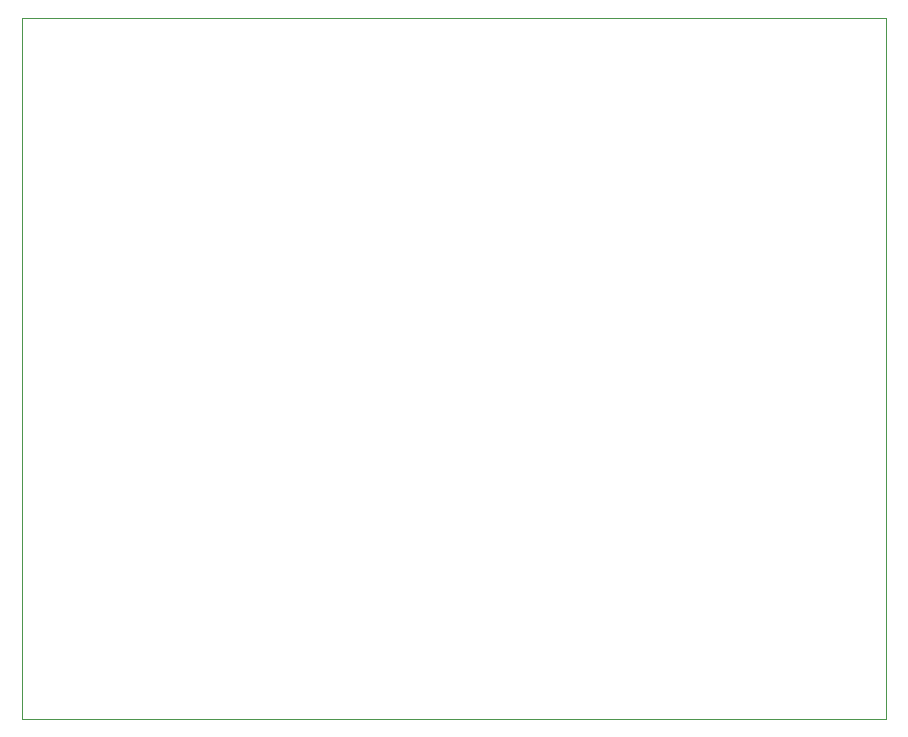
<source format=gbr>
G04 #@! TF.GenerationSoftware,KiCad,Pcbnew,8.0.6*
G04 #@! TF.CreationDate,2025-06-28T13:01:53+01:00*
G04 #@! TF.ProjectId,3x3,3378332e-6b69-4636-9164-5f7063625858,0.1*
G04 #@! TF.SameCoordinates,Original*
G04 #@! TF.FileFunction,Profile,NP*
%FSLAX46Y46*%
G04 Gerber Fmt 4.6, Leading zero omitted, Abs format (unit mm)*
G04 Created by KiCad (PCBNEW 8.0.6) date 2025-06-28 13:01:53*
%MOMM*%
%LPD*%
G01*
G04 APERTURE LIST*
G04 #@! TA.AperFunction,Profile*
%ADD10C,0.050000*%
G04 #@! TD*
G04 APERTURE END LIST*
D10*
X70937000Y-28231000D02*
X144089000Y-28231000D01*
X144089000Y-87609000D01*
X70937000Y-87609000D01*
X70937000Y-28231000D01*
M02*

</source>
